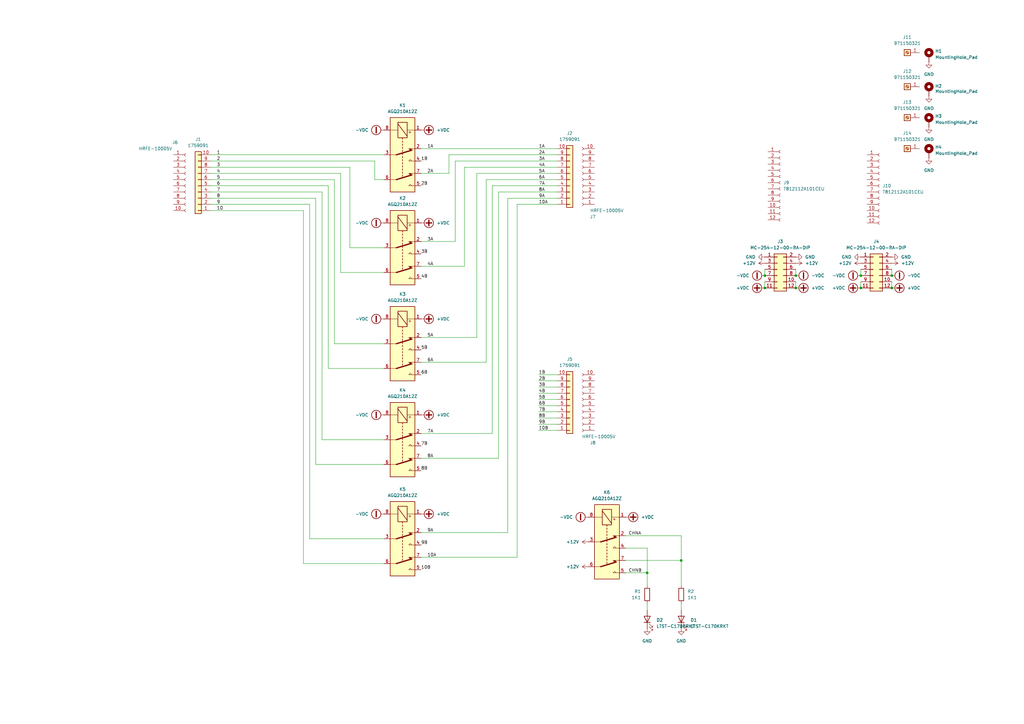
<source format=kicad_sch>
(kicad_sch (version 20250114) (generator "eeschema") (generator_version "9.0")
  (paper "A3")
  (title_block (title "SPI-MUX") (date "2023-02-06") (rev "1.0.3") (company "NMBU-Mina") (comment 1 "F.N.Beilegaard"))
  (lib_symbols
    (symbol "Connector:Conn_01x10_Socket" (pin_names (offset 1.016) (hide yes))
      (property "Reference" "J" (at 0 12.7 0))
      (property "Value" "Conn_01x10_Socket" (at 0 -15.24 0))
      (symbol "Conn_01x10_Socket_1_1"
        (polyline (pts (xy -1.27 10.16) (xy -0.508 10.16)) (stroke (width 0.1524)))
        (polyline (pts (xy -1.27 7.62) (xy -0.508 7.62)) (stroke (width 0.1524)))
        (polyline (pts (xy -1.27 5.08) (xy -0.508 5.08)) (stroke (width 0.1524)))
        (polyline (pts (xy -1.27 2.54) (xy -0.508 2.54)) (stroke (width 0.1524)))
        (polyline (pts (xy -1.27 0) (xy -0.508 0)) (stroke (width 0.1524)))
        (polyline (pts (xy -1.27 -2.54) (xy -0.508 -2.54)) (stroke (width 0.1524)))
        (polyline (pts (xy -1.27 -5.08) (xy -0.508 -5.08)) (stroke (width 0.1524)))
        (polyline (pts (xy -1.27 -7.62) (xy -0.508 -7.62)) (stroke (width 0.1524)))
        (polyline (pts (xy -1.27 -10.16) (xy -0.508 -10.16)) (stroke (width 0.1524)))
        (polyline (pts (xy -1.27 -12.7) (xy -0.508 -12.7)) (stroke (width 0.1524)))
        (arc (start 0 9.652) (mid -0.5058 10.16) (end 0 10.668) (stroke (width 0.1524)))
        (arc (start 0 7.112) (mid -0.5058 7.62) (end 0 8.128) (stroke (width 0.1524)))
        (arc (start 0 4.572) (mid -0.5058 5.08) (end 0 5.588) (stroke (width 0.1524)))
        (arc (start 0 2.032) (mid -0.5058 2.54) (end 0 3.048) (stroke (width 0.1524)))
        (arc (start 0 -0.508) (mid -0.5058 0) (end 0 0.508) (stroke (width 0.1524)))
        (arc (start 0 -3.048) (mid -0.5058 -2.54) (end 0 -2.032) (stroke (width 0.1524)))
        (arc (start 0 -5.588) (mid -0.5058 -5.08) (end 0 -4.572) (stroke (width 0.1524)))
        (arc (start 0 -8.128) (mid -0.5058 -7.62) (end 0 -7.112) (stroke (width 0.1524)))
        (arc (start 0 -10.668) (mid -0.5058 -10.16) (end 0 -9.652) (stroke (width 0.1524)))
        (arc (start 0 -13.208) (mid -0.5058 -12.7) (end 0 -12.192) (stroke (width 0.1524)))
        (pin passive line (at -5.08 10.16 0) (length 3.81) (name "Pin_1") (number "1"))
        (pin passive line (at -5.08 7.62 0) (length 3.81) (name "Pin_2") (number "2"))
        (pin passive line (at -5.08 5.08 0) (length 3.81) (name "Pin_3") (number "3"))
        (pin passive line (at -5.08 2.54 0) (length 3.81) (name "Pin_4") (number "4"))
        (pin passive line (at -5.08 0 0) (length 3.81) (name "Pin_5") (number "5"))
        (pin passive line (at -5.08 -2.54 0) (length 3.81) (name "Pin_6") (number "6"))
        (pin passive line (at -5.08 -5.08 0) (length 3.81) (name "Pin_7") (number "7"))
        (pin passive line (at -5.08 -7.62 0) (length 3.81) (name "Pin_8") (number "8"))
        (pin passive line (at -5.08 -10.16 0) (length 3.81) (name "Pin_9") (number "9"))
        (pin passive line (at -5.08 -12.7 0) (length 3.81) (name "Pin_10") (number "10"))
      )
    )
    (symbol "Connector:Conn_01x12_Socket" (pin_names (offset 1.016) (hide yes))
      (property "Reference" "J" (at 0 15.24 0))
      (property "Value" "Conn_01x12_Socket" (at 0 -17.78 0))
      (symbol "Conn_01x12_Socket_1_1"
        (polyline (pts (xy -1.27 12.7) (xy -0.508 12.7)) (stroke (width 0.1524)))
        (polyline (pts (xy -1.27 10.16) (xy -0.508 10.16)) (stroke (width 0.1524)))
        (polyline (pts (xy -1.27 7.62) (xy -0.508 7.62)) (stroke (width 0.1524)))
        (polyline (pts (xy -1.27 5.08) (xy -0.508 5.08)) (stroke (width 0.1524)))
        (polyline (pts (xy -1.27 2.54) (xy -0.508 2.54)) (stroke (width 0.1524)))
        (polyline (pts (xy -1.27 0) (xy -0.508 0)) (stroke (width 0.1524)))
        (polyline (pts (xy -1.27 -2.54) (xy -0.508 -2.54)) (stroke (width 0.1524)))
        (polyline (pts (xy -1.27 -5.08) (xy -0.508 -5.08)) (stroke (width 0.1524)))
        (polyline (pts (xy -1.27 -7.62) (xy -0.508 -7.62)) (stroke (width 0.1524)))
        (polyline (pts (xy -1.27 -10.16) (xy -0.508 -10.16)) (stroke (width 0.1524)))
        (polyline (pts (xy -1.27 -12.7) (xy -0.508 -12.7)) (stroke (width 0.1524)))
        (polyline (pts (xy -1.27 -15.24) (xy -0.508 -15.24)) (stroke (width 0.1524)))
        (arc (start 0 12.192) (mid -0.5058 12.7) (end 0 13.208) (stroke (width 0.1524)))
        (arc (start 0 9.652) (mid -0.5058 10.16) (end 0 10.668) (stroke (width 0.1524)))
        (arc (start 0 7.112) (mid -0.5058 7.62) (end 0 8.128) (stroke (width 0.1524)))
        (arc (start 0 4.572) (mid -0.5058 5.08) (end 0 5.588) (stroke (width 0.1524)))
        (arc (start 0 2.032) (mid -0.5058 2.54) (end 0 3.048) (stroke (width 0.1524)))
        (arc (start 0 -0.508) (mid -0.5058 0) (end 0 0.508) (stroke (width 0.1524)))
        (arc (start 0 -3.048) (mid -0.5058 -2.54) (end 0 -2.032) (stroke (width 0.1524)))
        (arc (start 0 -5.588) (mid -0.5058 -5.08) (end 0 -4.572) (stroke (width 0.1524)))
        (arc (start 0 -8.128) (mid -0.5058 -7.62) (end 0 -7.112) (stroke (width 0.1524)))
        (arc (start 0 -10.668) (mid -0.5058 -10.16) (end 0 -9.652) (stroke (width 0.1524)))
        (arc (start 0 -13.208) (mid -0.5058 -12.7) (end 0 -12.192) (stroke (width 0.1524)))
        (arc (start 0 -15.748) (mid -0.5058 -15.24) (end 0 -14.732) (stroke (width 0.1524)))
        (pin passive line (at -5.08 12.7 0) (length 3.81) (name "Pin_1") (number "1"))
        (pin passive line (at -5.08 10.16 0) (length 3.81) (name "Pin_2") (number "2"))
        (pin passive line (at -5.08 7.62 0) (length 3.81) (name "Pin_3") (number "3"))
        (pin passive line (at -5.08 5.08 0) (length 3.81) (name "Pin_4") (number "4"))
        (pin passive line (at -5.08 2.54 0) (length 3.81) (name "Pin_5") (number "5"))
        (pin passive line (at -5.08 0 0) (length 3.81) (name "Pin_6") (number "6"))
        (pin passive line (at -5.08 -2.54 0) (length 3.81) (name "Pin_7") (number "7"))
        (pin passive line (at -5.08 -5.08 0) (length 3.81) (name "Pin_8") (number "8"))
        (pin passive line (at -5.08 -7.62 0) (length 3.81) (name "Pin_9") (number "9"))
        (pin passive line (at -5.08 -10.16 0) (length 3.81) (name "Pin_10") (number "10"))
        (pin passive line (at -5.08 -12.7 0) (length 3.81) (name "Pin_11") (number "11"))
        (pin passive line (at -5.08 -15.24 0) (length 3.81) (name "Pin_12") (number "12"))
      )
    )
    (symbol "Connector:Screw_Terminal_01x01" (pin_names (offset 1.016) (hide yes))
      (property "Reference" "J" (at 0 2.54 0))
      (property "Value" "Screw_Terminal_01x01" (at 0 -2.54 0))
      (symbol "Screw_Terminal_01x01_1_1"
        (rectangle (start -1.27 1.27) (end 1.27 -1.27) (stroke (width 0.254)) (fill (type background)))
        (polyline (pts (xy -0.5334 0.3302) (xy 0.3302 -0.508)) (stroke (width 0.1524)))
        (polyline (pts (xy -0.3556 0.508) (xy 0.508 -0.3302)) (stroke (width 0.1524)))
        (circle (center 0 0) (radius 0.635) (stroke (width 0.1524)))
        (pin passive line (at -5.08 0 0) (length 3.81) (name "Pin_1") (number "1"))
      )
    )
    (symbol "Connector_Generic:Conn_01x10" (pin_names (offset 1.016) (hide yes))
      (property "Reference" "J" (at 0 12.7 0))
      (property "Value" "Conn_01x10" (at 0 -15.24 0))
      (symbol "Conn_01x10_1_1"
        (rectangle (start -1.27 11.43) (end 1.27 -13.97) (stroke (width 0.254)) (fill (type background)))
        (rectangle (start -1.27 10.287) (end 0 10.033) (stroke (width 0.1524)))
        (rectangle (start -1.27 7.747) (end 0 7.493) (stroke (width 0.1524)))
        (rectangle (start -1.27 5.207) (end 0 4.953) (stroke (width 0.1524)))
        (rectangle (start -1.27 2.667) (end 0 2.413) (stroke (width 0.1524)))
        (rectangle (start -1.27 0.127) (end 0 -0.127) (stroke (width 0.1524)))
        (rectangle (start -1.27 -2.413) (end 0 -2.667) (stroke (width 0.1524)))
        (rectangle (start -1.27 -4.953) (end 0 -5.207) (stroke (width 0.1524)))
        (rectangle (start -1.27 -7.493) (end 0 -7.747) (stroke (width 0.1524)))
        (rectangle (start -1.27 -10.033) (end 0 -10.287) (stroke (width 0.1524)))
        (rectangle (start -1.27 -12.573) (end 0 -12.827) (stroke (width 0.1524)))
        (pin passive line (at -5.08 10.16 0) (length 3.81) (name "Pin_1") (number "1"))
        (pin passive line (at -5.08 7.62 0) (length 3.81) (name "Pin_2") (number "2"))
        (pin passive line (at -5.08 5.08 0) (length 3.81) (name "Pin_3") (number "3"))
        (pin passive line (at -5.08 2.54 0) (length 3.81) (name "Pin_4") (number "4"))
        (pin passive line (at -5.08 0 0) (length 3.81) (name "Pin_5") (number "5"))
        (pin passive line (at -5.08 -2.54 0) (length 3.81) (name "Pin_6") (number "6"))
        (pin passive line (at -5.08 -5.08 0) (length 3.81) (name "Pin_7") (number "7"))
        (pin passive line (at -5.08 -7.62 0) (length 3.81) (name "Pin_8") (number "8"))
        (pin passive line (at -5.08 -10.16 0) (length 3.81) (name "Pin_9") (number "9"))
        (pin passive line (at -5.08 -12.7 0) (length 3.81) (name "Pin_10") (number "10"))
      )
    )
    (symbol "Connector_Generic:Conn_02x06_Odd_Even" (pin_names (offset 1.016) (hide yes))
      (property "Reference" "J" (at 1.27 7.62 0))
      (property "Value" "Conn_02x06_Odd_Even" (at 1.27 -10.16 0))
      (symbol "Conn_02x06_Odd_Even_1_1"
        (rectangle (start -1.27 6.35) (end 3.81 -8.89) (stroke (width 0.254)) (fill (type background)))
        (rectangle (start -1.27 5.207) (end 0 4.953) (stroke (width 0.1524)))
        (rectangle (start -1.27 2.667) (end 0 2.413) (stroke (width 0.1524)))
        (rectangle (start -1.27 0.127) (end 0 -0.127) (stroke (width 0.1524)))
        (rectangle (start -1.27 -2.413) (end 0 -2.667) (stroke (width 0.1524)))
        (rectangle (start -1.27 -4.953) (end 0 -5.207) (stroke (width 0.1524)))
        (rectangle (start -1.27 -7.493) (end 0 -7.747) (stroke (width 0.1524)))
        (rectangle (start 3.81 5.207) (end 2.54 4.953) (stroke (width 0.1524)))
        (rectangle (start 3.81 2.667) (end 2.54 2.413) (stroke (width 0.1524)))
        (rectangle (start 3.81 0.127) (end 2.54 -0.127) (stroke (width 0.1524)))
        (rectangle (start 3.81 -2.413) (end 2.54 -2.667) (stroke (width 0.1524)))
        (rectangle (start 3.81 -4.953) (end 2.54 -5.207) (stroke (width 0.1524)))
        (rectangle (start 3.81 -7.493) (end 2.54 -7.747) (stroke (width 0.1524)))
        (pin passive line (at -5.08 5.08 0) (length 3.81) (name "Pin_1") (number "1"))
        (pin passive line (at -5.08 2.54 0) (length 3.81) (name "Pin_3") (number "3"))
        (pin passive line (at -5.08 0 0) (length 3.81) (name "Pin_5") (number "5"))
        (pin passive line (at -5.08 -2.54 0) (length 3.81) (name "Pin_7") (number "7"))
        (pin passive line (at -5.08 -5.08 0) (length 3.81) (name "Pin_9") (number "9"))
        (pin passive line (at -5.08 -7.62 0) (length 3.81) (name "Pin_11") (number "11"))
        (pin passive line (at 7.62 5.08 180) (length 3.81) (name "Pin_2") (number "2"))
        (pin passive line (at 7.62 2.54 180) (length 3.81) (name "Pin_4") (number "4"))
        (pin passive line (at 7.62 0 180) (length 3.81) (name "Pin_6") (number "6"))
        (pin passive line (at 7.62 -2.54 180) (length 3.81) (name "Pin_8") (number "8"))
        (pin passive line (at 7.62 -5.08 180) (length 3.81) (name "Pin_10") (number "10"))
        (pin passive line (at 7.62 -7.62 180) (length 3.81) (name "Pin_12") (number "12"))
      )
    )
    (symbol "Device:LED" (pin_numbers (hide yes)) (pin_names (offset 1.016) (hide yes))
      (property "Reference" "D" (at 0 2.54 0))
      (property "Value" "LED" (at 0 -2.54 0))
      (symbol "LED_0_1"
        (polyline (pts (xy -3.048 -0.762) (xy -4.572 -2.286) (xy -3.81 -2.286) (xy -4.572 -2.286) (xy -4.572 -1.524)))
        (polyline (pts (xy -1.778 -0.762) (xy -3.302 -2.286) (xy -2.54 -2.286) (xy -3.302 -2.286) (xy -3.302 -1.524)))
        (polyline (pts (xy -1.27 0) (xy 1.27 0)))
        (polyline (pts (xy -1.27 -1.27) (xy -1.27 1.27)) (stroke (width 0.254)))
        (polyline (pts (xy 1.27 -1.27) (xy 1.27 1.27) (xy -1.27 0) (xy 1.27 -1.27)) (stroke (width 0.254)))
      )
      (symbol "LED_1_1"
        (pin passive line (at -3.81 0 0) (length 2.54) (name "K") (number "1"))
        (pin passive line (at 3.81 0 180) (length 2.54) (name "A") (number "2"))
      )
    )
    (symbol "Device:R" (pin_numbers (hide yes)) (pin_names (offset 0))
      (property "Reference" "R" (at 2.032 0 90))
      (property "Value" "R" (at 0 0 90))
      (symbol "R_0_1"
        (rectangle (start -1.016 -2.54) (end 1.016 2.54) (stroke (width 0.254)))
      )
      (symbol "R_1_1"
        (pin passive line (at 0 3.81 270) (length 1.27) (name "~") (number "1"))
        (pin passive line (at 0 -3.81 90) (length 1.27) (name "~") (number "2"))
      )
    )
    (symbol "Mechanical:MountingHole_Pad" (pin_numbers (hide yes)) (pin_names (offset 1.016) (hide yes))
      (property "Reference" "H" (at 0 6.35 0))
      (property "Value" "MountingHole_Pad" (at 0 4.445 0))
      (symbol "MountingHole_Pad_0_1"
        (circle (center 0 1.27) (radius 1.27) (stroke (width 1.27)))
      )
      (symbol "MountingHole_Pad_1_1"
        (pin input line (at 0 -2.54 90) (length 2.54) (name "1") (number "1"))
      )
    )
    (symbol "muxlib:AGQ200S12Z"
      (property "Reference" "K" (at 15.24 8.89 0))
      (property "Value" "AGQ200S12Z" (at 19.05 6.35 0))
      (symbol "AGQ200S12Z_1_1"
        (rectangle (start -15.24 5.08) (end 15.24 -5.08) (stroke (width 0.254)) (fill (type background)))
        (rectangle (start -13.335 1.905) (end -6.985 -1.905) (stroke (width 0.254)))
        (polyline (pts (xy -12.7 -1.905) (xy -7.62 1.905)) (stroke (width 0.254)))
        (polyline (pts (xy -10.16 5.08) (xy -10.16 1.905)))
        (polyline (pts (xy -10.16 -5.08) (xy -10.16 -1.905)))
        (polyline (pts (xy -6.985 0) (xy -6.35 0)) (stroke (width 0.254)))
        (polyline (pts (xy -5.715 0) (xy -5.08 0)) (stroke (width 0.254)))
        (polyline (pts (xy -4.445 0) (xy -3.81 0)) (stroke (width 0.254)))
        (polyline (pts (xy -3.175 0) (xy -2.54 0)) (stroke (width 0.254)))
        (polyline (pts (xy -2.54 5.08) (xy -2.54 2.54) (xy -1.905 3.175) (xy -2.54 3.81)) (fill (type outline)))
        (polyline (pts (xy -1.905 0) (xy -1.27 0)) (stroke (width 0.254)))
        (polyline (pts (xy -0.635 0) (xy 0 0)) (stroke (width 0.254)))
        (polyline (pts (xy 0 -2.54) (xy -1.905 3.81)) (stroke (width 0.508)))
        (polyline (pts (xy 0 -2.54) (xy 0 -5.08)))
        (polyline (pts (xy 0.635 0) (xy 1.27 0)) (stroke (width 0.254)))
        (polyline (pts (xy 1.905 0) (xy 2.54 0)) (stroke (width 0.254)))
        (polyline (pts (xy 2.54 5.08) (xy 2.54 2.54) (xy 1.905 3.175) (xy 2.54 3.81)))
        (polyline (pts (xy 3.175 0) (xy 3.81 0)) (stroke (width 0.254)))
        (polyline (pts (xy 4.445 0) (xy 5.08 0)) (stroke (width 0.254)))
        (polyline (pts (xy 5.715 0) (xy 6.35 0)) (stroke (width 0.254)))
        (polyline (pts (xy 6.985 0) (xy 7.62 0)) (stroke (width 0.254)))
        (polyline (pts (xy 7.62 5.08) (xy 7.62 2.54) (xy 8.255 3.175) (xy 7.62 3.81)) (fill (type outline)))
        (polyline (pts (xy 8.255 0) (xy 8.89 0)) (stroke (width 0.254)))
        (polyline (pts (xy 10.16 -2.54) (xy 8.255 3.81)) (stroke (width 0.508)))
        (polyline (pts (xy 10.16 -2.54) (xy 10.16 -5.08)))
        (polyline (pts (xy 12.7 5.08) (xy 12.7 2.54) (xy 12.065 3.175) (xy 12.7 3.81)))
        (text "+" (at -9.271 2.921 0) (effects (font (size 1.27 1.27))))
        (pin passive line (at -10.16 7.62 270) (length 2.54) (name "~") (number "1"))
        (pin passive line (at -10.16 -7.62 90) (length 2.54) (name "~") (number "8"))
        (pin passive line (at -2.54 7.62 270) (length 2.54) (name "~") (number "2"))
        (pin passive line (at 0 -7.62 90) (length 2.54) (name "~") (number "3"))
        (pin passive line (at 2.54 7.62 270) (length 2.54) (name "~") (number "4"))
        (pin passive line (at 7.62 7.62 270) (length 2.54) (name "~") (number "7"))
        (pin passive line (at 10.16 -7.62 90) (length 2.54) (name "~") (number "6"))
        (pin passive line (at 12.7 7.62 270) (length 2.54) (name "~") (number "5"))
      )
    )
    (symbol "power:+12V" (power) (pin_numbers (hide yes)) (pin_names (offset 0) (hide yes))
      (property "Value" "+12V" (at 0 3.556 0))
      (symbol "+12V_0_1"
        (polyline (pts (xy -0.762 1.27) (xy 0 2.54)))
        (polyline (pts (xy 0 2.54) (xy 0.762 1.27)))
        (polyline (pts (xy 0 0) (xy 0 2.54)))
      )
      (symbol "+12V_1_1"
        (pin power_in line (at 0 0 90) (length 0) (name "~") (number "1"))
      )
    )
    (symbol "power:+VDC" (power) (pin_numbers (hide yes)) (pin_names (offset 0) (hide yes))
      (property "Value" "+VDC" (at 0 6.35 0))
      (symbol "+VDC_0_1"
        (polyline (pts (xy -1.143 3.175) (xy 1.143 3.175)) (stroke (width 0.508)))
        (circle (center 0 3.175) (radius 1.905) (stroke (width 0.254)))
        (polyline (pts (xy 0 2.032) (xy 0 4.318)) (stroke (width 0.508)))
        (polyline (pts (xy 0 0) (xy 0 1.27)))
      )
      (symbol "+VDC_1_1"
        (pin power_in line (at 0 0 90) (length 0) (name "~") (number "1"))
      )
    )
    (symbol "power:-VDC" (power) (pin_numbers (hide yes)) (pin_names (offset 0) (hide yes))
      (property "Value" "-VDC" (at 0 6.35 0))
      (symbol "-VDC_0_1"
        (polyline (pts (xy -1.143 3.175) (xy 1.143 3.175)) (stroke (width 0.508)))
        (circle (center 0 3.175) (radius 1.905) (stroke (width 0.254)))
        (polyline (pts (xy 0 0) (xy 0 1.27)))
      )
      (symbol "-VDC_1_1"
        (pin power_in line (at 0 0 90) (length 0) (name "~") (number "1"))
      )
    )
    (symbol "power:GND" (power) (pin_numbers (hide yes)) (pin_names (offset 0) (hide yes))
      (property "Value" "GND" (at 0 -3.81 0))
      (symbol "GND_0_1"
        (polyline (pts (xy 0 0) (xy 0 -1.27) (xy 1.27 -1.27) (xy 0 -2.54) (xy -1.27 -1.27) (xy 0 -1.27)))
      )
      (symbol "GND_1_1"
        (pin power_in line (at 0 0 270) (length 0) (name "~") (number "1"))
      )
    )
  )
  (junction (at 265.43 234.95))
  (junction (at 313.69 118.11))
  (junction (at 353.06 118.11))
  (junction (at 365.76 113.03))
  (junction (at 326.39 118.11))
  (junction (at 326.39 113.03))
  (junction (at 279.4 229.87))
  (junction (at 353.06 113.03))
  (junction (at 313.69 113.03))
  (junction (at 365.76 118.11))
  (wire (pts (xy 313.69 118.11) (xy 313.69 115.57)))
  (wire (pts (xy 139.7 71.12) (xy 139.7 111.76)))
  (wire (pts (xy 265.43 234.95) (xy 265.43 240.03)))
  (wire (pts (xy 201.93 76.2) (xy 228.6 76.2)))
  (wire (pts (xy 199.39 148.59) (xy 199.39 73.66)))
  (wire (pts (xy 220.98 166.37) (xy 228.6 166.37)))
  (wire (pts (xy 326.39 118.11) (xy 326.39 115.57)))
  (wire (pts (xy 86.36 81.28) (xy 129.54 81.28)))
  (wire (pts (xy 157.48 151.13) (xy 134.62 151.13)))
  (wire (pts (xy 195.58 138.43) (xy 172.72 138.43)))
  (wire (pts (xy 86.36 63.5) (xy 157.48 63.5)))
  (wire (pts (xy 220.98 168.91) (xy 228.6 168.91)))
  (wire (pts (xy 208.28 218.44) (xy 208.28 81.28)))
  (wire (pts (xy 220.98 158.75) (xy 228.6 158.75)))
  (wire (pts (xy 137.16 73.66) (xy 137.16 140.97)))
  (wire (pts (xy 127 83.82) (xy 127 220.98)))
  (wire (pts (xy 220.98 156.21) (xy 228.6 156.21)))
  (wire (pts (xy 129.54 190.5) (xy 157.48 190.5)))
  (wire (pts (xy 279.4 229.87) (xy 279.4 240.03)))
  (wire (pts (xy 127 220.98) (xy 157.48 220.98)))
  (wire (pts (xy 129.54 81.28) (xy 129.54 190.5)))
  (wire (pts (xy 132.08 180.34) (xy 132.08 78.74)))
  (wire (pts (xy 220.98 161.29) (xy 228.6 161.29)))
  (wire (pts (xy 86.36 66.04) (xy 153.67 66.04)))
  (wire (pts (xy 153.67 73.66) (xy 157.48 73.66)))
  (wire (pts (xy 204.47 78.74) (xy 228.6 78.74)))
  (wire (pts (xy 220.98 173.99) (xy 228.6 173.99)))
  (wire (pts (xy 256.54 219.71) (xy 279.4 219.71)))
  (wire (pts (xy 172.72 187.96) (xy 204.47 187.96)))
  (wire (pts (xy 143.51 101.6) (xy 143.51 68.58)))
  (wire (pts (xy 139.7 111.76) (xy 157.48 111.76)))
  (wire (pts (xy 256.54 234.95) (xy 265.43 234.95)))
  (wire (pts (xy 220.98 171.45) (xy 228.6 171.45)))
  (wire (pts (xy 172.72 148.59) (xy 199.39 148.59)))
  (wire (pts (xy 220.98 163.83) (xy 228.6 163.83)))
  (wire (pts (xy 153.67 66.04) (xy 153.67 73.66)))
  (wire (pts (xy 265.43 224.79) (xy 265.43 234.95)))
  (wire (pts (xy 212.09 228.6) (xy 212.09 83.82)))
  (wire (pts (xy 195.58 71.12) (xy 195.58 138.43)))
  (wire (pts (xy 172.72 218.44) (xy 208.28 218.44)))
  (wire (pts (xy 86.36 73.66) (xy 137.16 73.66)))
  (wire (pts (xy 190.5 109.22) (xy 190.5 68.58)))
  (wire (pts (xy 186.69 66.04) (xy 186.69 99.06)))
  (wire (pts (xy 204.47 187.96) (xy 204.47 78.74)))
  (wire (pts (xy 134.62 76.2) (xy 86.36 76.2)))
  (wire (pts (xy 172.72 60.96) (xy 228.6 60.96)))
  (wire (pts (xy 124.46 231.14) (xy 157.48 231.14)))
  (wire (pts (xy 279.4 219.71) (xy 279.4 229.87)))
  (wire (pts (xy 220.98 153.67) (xy 228.6 153.67)))
  (wire (pts (xy 265.43 247.65) (xy 265.43 250.19)))
  (wire (pts (xy 313.69 113.03) (xy 313.69 110.49)))
  (wire (pts (xy 256.54 229.87) (xy 279.4 229.87)))
  (wire (pts (xy 199.39 73.66) (xy 228.6 73.66)))
  (wire (pts (xy 172.72 109.22) (xy 190.5 109.22)))
  (wire (pts (xy 124.46 86.36) (xy 124.46 231.14)))
  (wire (pts (xy 265.43 224.79) (xy 256.54 224.79)))
  (wire (pts (xy 86.36 86.36) (xy 124.46 86.36)))
  (wire (pts (xy 353.06 113.03) (xy 353.06 110.49)))
  (wire (pts (xy 184.15 71.12) (xy 184.15 63.5)))
  (wire (pts (xy 326.39 113.03) (xy 326.39 110.49)))
  (wire (pts (xy 186.69 99.06) (xy 172.72 99.06)))
  (wire (pts (xy 86.36 71.12) (xy 139.7 71.12)))
  (wire (pts (xy 172.72 177.8) (xy 201.93 177.8)))
  (wire (pts (xy 157.48 101.6) (xy 143.51 101.6)))
  (wire (pts (xy 228.6 71.12) (xy 195.58 71.12)))
  (wire (pts (xy 212.09 83.82) (xy 228.6 83.82)))
  (wire (pts (xy 201.93 177.8) (xy 201.93 76.2)))
  (wire (pts (xy 279.4 247.65) (xy 279.4 250.19)))
  (wire (pts (xy 132.08 78.74) (xy 86.36 78.74)))
  (wire (pts (xy 208.28 81.28) (xy 228.6 81.28)))
  (wire (pts (xy 172.72 228.6) (xy 212.09 228.6)))
  (wire (pts (xy 134.62 151.13) (xy 134.62 76.2)))
  (wire (pts (xy 228.6 66.04) (xy 186.69 66.04)))
  (wire (pts (xy 365.76 118.11) (xy 365.76 115.57)))
  (wire (pts (xy 86.36 83.82) (xy 127 83.82)))
  (wire (pts (xy 353.06 118.11) (xy 353.06 115.57)))
  (wire (pts (xy 137.16 140.97) (xy 157.48 140.97)))
  (wire (pts (xy 220.98 176.53) (xy 228.6 176.53)))
  (wire (pts (xy 143.51 68.58) (xy 86.36 68.58)))
  (wire (pts (xy 184.15 63.5) (xy 228.6 63.5)))
  (wire (pts (xy 365.76 113.03) (xy 365.76 110.49)))
  (wire (pts (xy 172.72 71.12) (xy 184.15 71.12)))
  (wire (pts (xy 157.48 180.34) (xy 132.08 180.34)))
  (wire (pts (xy 190.5 68.58) (xy 228.6 68.58)))
  (label "1B" (at 172.72 66.04 0))
  (label "9" (at 88.9 83.82 0))
  (label "9B" (at 220.98 173.99 0))
  (label "1" (at 88.9 63.5 0))
  (label "6B" (at 220.98 166.37 0))
  (label "10A" (at 175.26 228.6 0))
  (label "5B" (at 172.72 143.51 0))
  (label "2B" (at 220.98 156.21 0))
  (label "9B" (at 172.72 223.52 0))
  (label "8" (at 88.9 81.28 0))
  (label "9A" (at 220.98 81.28 0))
  (label "5A" (at 220.98 71.12 0))
  (label "1A" (at 175.26 60.96 0))
  (label "1A" (at 220.98 60.96 0))
  (label "3A" (at 220.98 66.04 0))
  (label "4B" (at 220.98 161.29 0))
  (label "2" (at 88.9 66.04 0))
  (label "10" (at 88.9 86.36 0))
  (label "3" (at 88.9 68.58 0))
  (label "4A" (at 175.26 109.22 0))
  (label "8B" (at 220.98 171.45 0))
  (label "10B" (at 220.98 176.53 0))
  (label "1B" (at 220.98 153.67 0))
  (label "2A" (at 220.98 63.5 0))
  (label "6A" (at 175.26 148.59 0))
  (label "2B" (at 172.72 76.2 0))
  (label "7" (at 88.9 78.74 0))
  (label "4A" (at 220.98 68.58 0))
  (label "8A" (at 175.26 187.96 0))
  (label "6B" (at 172.72 153.67 0))
  (label "7A" (at 175.26 177.8 0))
  (label "10B" (at 172.72 233.68 0))
  (label "3B" (at 172.72 104.14 0))
  (label "4" (at 88.9 71.12 0))
  (label "10A" (at 220.98 83.82 0))
  (label "8A" (at 220.98 78.74 0))
  (label "7B" (at 220.98 168.91 0))
  (label "3A" (at 175.26 99.06 0))
  (label "5B" (at 220.98 163.83 0))
  (label "7A" (at 220.98 76.2 0))
  (label "4B" (at 172.72 114.3 0))
  (label "5A" (at 175.26 138.43 0))
  (label "5" (at 88.9 73.66 0))
  (label "6A" (at 220.98 73.66 0))
  (label "3B" (at 220.98 158.75 0))
  (label "8B" (at 172.72 193.04 0))
  (label "CHNB" (at 257.81 234.95 0))
  (label "6" (at 88.9 76.2 0))
  (label "2A" (at 175.26 71.12 0))
  (label "9A" (at 175.26 218.44 0))
  (label "7B" (at 172.72 182.88 0))
  (label "CHNA" (at 257.81 219.71 0))
  (symbol (lib_id "Connector_Generic:Conn_02x06_Odd_Even") (at 358.14 110.49 0) (unit 1)
    (property "Reference" "J4" (at 359.41 99.06 0))
    (property "Value" "MC-254-12-00-RA-DIP" (at 359.41 101.6 0))
    (property "Footprint" "Connector_IDC:IDC-Header_2x06_P2.54mm_Horizontal" (effects (hide yes)))
    (property "Description" "Generic connector, double row, 02x06, odd/even pin numbering scheme (row 1 odd numbers, row 2 even numbers), script generated (kicad-library-utils/schlib/autogen/connector/)" (effects (hide yes)))
  )
  (symbol (lib_id "Connector_Generic:Conn_01x10") (at 233.68 166.37 0) (mirror x) (unit 1)
    (property "Reference" "J5" (at 233.68 147.32 0))
    (property "Value" "1759091" (at 233.68 149.86 0))
    (property "Footprint" "Connector_Phoenix_MSTB:PhoenixContact_MSTBA_2,5_10-G-5,08_1x10_P5.08mm_Horizontal" (effects (hide yes)))
    (property "Description" "Generic connector, single row, 01x10, script generated (kicad-library-utils/schlib/autogen/connector/)" (effects (hide yes)))
  )
  (symbol (lib_id "power:+VDC") (at 172.72 210.82 270) (unit 1)
    (property "Reference" "#PWR011" (effects (hide yes)))
    (property "Value" "+VDC" (at 179.07 210.8199 90) (effects (justify left)))
    (property "Description" "Power symbol creates a global label with name \"+VDC\"" (effects (hide yes)))
  )
  (symbol (lib_id "power:-VDC") (at 241.3 212.09 90) (unit 1)
    (property "Reference" "#PWR010" (effects (hide yes)))
    (property "Value" "-VDC" (at 234.95 212.0899 90) (effects (justify left)))
    (property "Description" "Power symbol creates a global label with name \"-VDC\"" (effects (hide yes)))
  )
  (symbol (lib_id "power:-VDC") (at 313.69 113.03 90) (mirror x) (unit 1)
    (property "Reference" "#PWR013" (effects (hide yes)))
    (property "Value" "-VDC" (at 307.34 113.0301 90) (effects (justify left)))
    (property "Description" "Power symbol creates a global label with name \"-VDC\"" (effects (hide yes)))
  )
  (symbol (lib_id "muxlib:AGQ200S12Z") (at 165.1 140.97 270) (unit 1)
    (property "Reference" "K3" (at 165.1 120.65 90))
    (property "Value" "AGQ210A12Z" (at 165.1 123.19 90))
    (property "Footprint" "muxlib_footprints:Relay_2P2T_10x6mm_TE_IMxxG_Longlegs" (effects (hide yes)))
    (property "Datasheet" "https://media.digikey.com/pdf/Data%20Sheets/Panasonic%20Electric%20Works%20PDFs/AGQ_(GQ)_Relays.pdf" (effects (hide yes)))
  )
  (symbol (lib_id "power:+VDC") (at 353.06 118.11 90) (mirror x) (unit 1)
    (property "Reference" "#PWR023" (effects (hide yes)))
    (property "Value" "+VDC" (at 346.71 118.1101 90) (effects (justify left)))
    (property "Description" "Power symbol creates a global label with name \"+VDC\"" (effects (hide yes)))
  )
  (symbol (lib_id "Device:LED") (at 279.4 254 90) (unit 1)
    (property "Reference" "D1" (at 283.21 254.3174 90) (effects (justify right)))
    (property "Value" "LTST-C170KRKT" (at 283.21 256.8574 90) (effects (justify right)))
    (property "Footprint" "LED_SMD:LED_0805_2012Metric" (effects (hide yes)))
    (property "Description" "Light emitting diode" (effects (hide yes)))
    (property "Sim.Pins" "1=K 2=A" (effects (hide yes)))
  )
  (symbol (lib_id "power:GND") (at 381 64.77 0) (mirror y) (unit 1)
    (property "Reference" "#PWR036" (effects (hide yes)))
    (property "Value" "GND" (at 381 69.85 0))
    (property "Description" "Power symbol creates a global label with name \"GND\" , ground" (effects (hide yes)))
  )
  (symbol (lib_id "power:+12V") (at 313.69 107.95 90) (mirror x) (unit 1)
    (property "Reference" "#PWR017" (effects (hide yes)))
    (property "Value" "+12V" (at 309.88 107.9501 90) (effects (justify left)))
    (property "Description" "Power symbol creates a global label with name \"+12V\"" (effects (hide yes)))
  )
  (symbol (lib_id "muxlib:AGQ200S12Z") (at 248.92 222.25 270) (unit 1)
    (property "Reference" "K6" (at 248.92 201.93 90))
    (property "Value" "AGQ210A12Z" (at 248.92 204.47 90))
    (property "Footprint" "muxlib_footprints:Relay_2P2T_10x6mm_TE_IMxxG_Longlegs" (effects (hide yes)))
    (property "Datasheet" "https://media.digikey.com/pdf/Data%20Sheets/Panasonic%20Electric%20Works%20PDFs/AGQ_(GQ)_Relays.pdf" (effects (hide yes)))
  )
  (symbol (lib_id "power:+12V") (at 241.3 222.25 90) (mirror x) (unit 1)
    (property "Reference" "#PWR032" (effects (hide yes)))
    (property "Value" "+12V" (at 237.49 222.2501 90) (effects (justify left)))
    (property "Description" "Power symbol creates a global label with name \"+12V\"" (effects (hide yes)))
  )
  (symbol (lib_id "power:GND") (at 279.4 257.81 0) (mirror y) (unit 1)
    (property "Reference" "#PWR029" (effects (hide yes)))
    (property "Value" "GND" (at 279.4 262.89 0))
    (property "Description" "Power symbol creates a global label with name \"GND\" , ground" (effects (hide yes)))
  )
  (symbol (lib_id "muxlib:AGQ200S12Z") (at 165.1 220.98 270) (unit 1)
    (property "Reference" "K5" (at 165.1 200.66 90))
    (property "Value" "AGQ210A12Z" (at 165.1 203.2 90))
    (property "Footprint" "muxlib_footprints:Relay_2P2T_10x6mm_TE_IMxxG_Longlegs" (effects (hide yes)))
    (property "Datasheet" "https://media.digikey.com/pdf/Data%20Sheets/Panasonic%20Electric%20Works%20PDFs/AGQ_(GQ)_Relays.pdf" (effects (hide yes)))
  )
  (symbol (lib_id "muxlib:AGQ200S12Z") (at 165.1 101.6 270) (unit 1)
    (property "Reference" "K2" (at 165.1 81.28 90))
    (property "Value" "AGQ210A12Z" (at 165.1 83.82 90))
    (property "Footprint" "muxlib_footprints:Relay_2P2T_10x6mm_TE_IMxxG_Longlegs" (effects (hide yes)))
    (property "Datasheet" "https://media.digikey.com/pdf/Data%20Sheets/Panasonic%20Electric%20Works%20PDFs/AGQ_(GQ)_Relays.pdf" (effects (hide yes)))
  )
  (symbol (lib_id "power:-VDC") (at 326.39 113.03 270) (mirror x) (unit 1)
    (property "Reference" "#PWR014" (effects (hide yes)))
    (property "Value" "-VDC" (at 332.74 113.0299 90) (effects (justify left)))
    (property "Description" "Power symbol creates a global label with name \"-VDC\"" (effects (hide yes)))
  )
  (symbol (lib_id "Connector:Conn_01x10_Socket") (at 76.2 73.66 0) (unit 1) (on_board no)
    (property "Reference" "J6" (at 70.612 58.42 0) (effects (justify left)))
    (property "Value" "HRFE-10005V" (at 56.896 60.96 0) (effects (justify left)))
    (property "Datasheet" "https://docs.rs-online.com/b960/A700000009164681.pdf" (effects (hide yes)))
    (property "Description" "Generic connector, single row, 01x10, script generated" (effects (hide yes)))
  )
  (symbol (lib_id "Mechanical:MountingHole_Pad") (at 381 49.53 0) (unit 1) (in_bom no)
    (property "Reference" "H3" (at 383.54 47.625 0) (effects (justify left)))
    (property "Value" "MountingHole_Pad" (at 383.54 50.165 0) (effects (justify left)))
    (property "Footprint" "MountingHole:MountingHole_3.2mm_M3_Pad_Via" (effects (hide yes)))
  )
  (symbol (lib_id "power:GND") (at 313.69 105.41 270) (mirror x) (unit 1)
    (property "Reference" "#PWR018" (effects (hide yes)))
    (property "Value" "GND" (at 309.88 105.4099 90) (effects (justify right)))
    (property "Description" "Power symbol creates a global label with name \"GND\" , ground" (effects (hide yes)))
  )
  (symbol (lib_id "power:GND") (at 381 52.07 0) (mirror y) (unit 1)
    (property "Reference" "#PWR035" (effects (hide yes)))
    (property "Value" "GND" (at 381 57.15 0))
    (property "Description" "Power symbol creates a global label with name \"GND\" , ground" (effects (hide yes)))
  )
  (symbol (lib_id "power:-VDC") (at 365.76 113.03 270) (mirror x) (unit 1)
    (property "Reference" "#PWR028" (effects (hide yes)))
    (property "Value" "-VDC" (at 372.11 113.0299 90) (effects (justify left)))
    (property "Description" "Power symbol creates a global label with name \"-VDC\"" (effects (hide yes)))
  )
  (symbol (lib_id "power:GND") (at 265.43 257.81 0) (mirror y) (unit 1)
    (property "Reference" "#PWR031" (effects (hide yes)))
    (property "Value" "GND" (at 265.43 262.89 0))
    (property "Description" "Power symbol creates a global label with name \"GND\" , ground" (effects (hide yes)))
  )
  (symbol (lib_id "Connector:Screw_Terminal_01x01") (at 372.11 35.56 180) (unit 1) (on_board no)
    (property "Reference" "J12" (at 372.11 29.21 0))
    (property "Value" "971150321" (at 372.11 31.75 0))
    (property "Description" "m3 standoff" (effects (hide yes)))
  )
  (symbol (lib_id "Mechanical:MountingHole_Pad") (at 381 36.83 0) (unit 1) (in_bom no)
    (property "Reference" "H2" (at 383.54 35.306 0) (effects (justify left)))
    (property "Value" "MountingHole_Pad" (at 383.54 37.465 0) (effects (justify left)))
    (property "Footprint" "MountingHole:MountingHole_3.2mm_M3_Pad_Via" (effects (hide yes)))
  )
  (symbol (lib_id "Device:R") (at 265.43 243.84 0) (mirror y) (unit 1)
    (property "Reference" "R1" (at 262.89 242.5699 0) (effects (justify left)))
    (property "Value" "1K1" (at 262.89 245.1099 0) (effects (justify left)))
    (property "Footprint" "Resistor_SMD:R_0805_2012Metric" (effects (hide yes)))
    (property "Description" "Resistor" (effects (hide yes)))
  )
  (symbol (lib_id "power:+VDC") (at 326.39 118.11 270) (mirror x) (unit 1)
    (property "Reference" "#PWR016" (effects (hide yes)))
    (property "Value" "+VDC" (at 332.74 118.1101 90) (effects (justify left)))
    (property "Description" "Power symbol creates a global label with name \"+VDC\"" (effects (hide yes)))
  )
  (symbol (lib_id "Connector:Screw_Terminal_01x01") (at 372.11 48.26 180) (unit 1) (on_board no)
    (property "Reference" "J13" (at 372.11 41.91 0))
    (property "Value" "971150321" (at 372.11 44.45 0))
    (property "Description" "m3 standoff" (effects (hide yes)))
  )
  (symbol (lib_id "power:GND") (at 326.39 105.41 90) (mirror x) (unit 1)
    (property "Reference" "#PWR019" (effects (hide yes)))
    (property "Value" "GND" (at 330.2 105.4099 90) (effects (justify right)))
    (property "Description" "Power symbol creates a global label with name \"GND\" , ground" (effects (hide yes)))
  )
  (symbol (lib_id "power:-VDC") (at 157.48 91.44 90) (unit 1)
    (property "Reference" "#PWR03" (effects (hide yes)))
    (property "Value" "-VDC" (at 151.13 91.4399 90) (effects (justify left)))
    (property "Description" "Power symbol creates a global label with name \"-VDC\"" (effects (hide yes)))
  )
  (symbol (lib_id "Connector_Generic:Conn_02x06_Odd_Even") (at 318.77 110.49 0) (unit 1)
    (property "Reference" "J3" (at 320.04 99.06 0))
    (property "Value" "MC-254-12-00-RA-DIP" (at 320.04 101.6 0))
    (property "Footprint" "Connector_IDC:IDC-Header_2x06_P2.54mm_Horizontal" (effects (hide yes)))
    (property "Description" "Generic connector, double row, 02x06, odd/even pin numbering scheme (row 1 odd numbers, row 2 even numbers), script generated (kicad-library-utils/schlib/autogen/connector/)" (effects (hide yes)))
  )
  (symbol (lib_id "power:+12V") (at 326.39 107.95 270) (mirror x) (unit 1)
    (property "Reference" "#PWR020" (effects (hide yes)))
    (property "Value" "+12V" (at 330.2 107.9501 90) (effects (justify left)))
    (property "Description" "Power symbol creates a global label with name \"+12V\"" (effects (hide yes)))
  )
  (symbol (lib_id "power:GND") (at 381 25.4 0) (mirror y) (unit 1)
    (property "Reference" "#PWR033" (effects (hide yes)))
    (property "Value" "GND" (at 381 30.48 0))
    (property "Description" "Power symbol creates a global label with name \"GND\" , ground" (effects (hide yes)))
  )
  (symbol (lib_id "Connector:Conn_01x10_Socket") (at 238.76 166.37 180) (unit 1) (on_board no)
    (property "Reference" "J8" (at 244.348 181.61 0) (effects (justify left)))
    (property "Value" "HRFE-10005V" (at 252.476 179.07 0) (effects (justify left)))
    (property "Datasheet" "https://docs.rs-online.com/b960/A700000009164681.pdf" (effects (hide yes)))
    (property "Description" "Generic connector, single row, 01x10, script generated" (effects (hide yes)))
  )
  (symbol (lib_id "Connector_Generic:Conn_01x10") (at 233.68 73.66 0) (mirror x) (unit 1)
    (property "Reference" "J2" (at 233.68 54.61 0))
    (property "Value" "1759091" (at 233.68 57.15 0))
    (property "Footprint" "Connector_Phoenix_MSTB:PhoenixContact_MSTBA_2,5_10-G-5,08_1x10_P5.08mm_Horizontal" (effects (hide yes)))
    (property "Description" "Generic connector, single row, 01x10, script generated (kicad-library-utils/schlib/autogen/connector/)" (effects (hide yes)))
  )
  (symbol (lib_id "muxlib:AGQ200S12Z") (at 165.1 180.34 270) (unit 1)
    (property "Reference" "K4" (at 165.1 160.02 90))
    (property "Value" "AGQ210A12Z" (at 165.1 162.56 90))
    (property "Footprint" "muxlib_footprints:Relay_2P2T_10x6mm_TE_IMxxG_Longlegs" (effects (hide yes)))
    (property "Datasheet" "https://media.digikey.com/pdf/Data%20Sheets/Panasonic%20Electric%20Works%20PDFs/AGQ_(GQ)_Relays.pdf" (effects (hide yes)))
  )
  (symbol (lib_id "power:GND") (at 381 39.37 0) (mirror y) (unit 1)
    (property "Reference" "#PWR034" (effects (hide yes)))
    (property "Value" "GND" (at 381 44.45 0))
    (property "Description" "Power symbol creates a global label with name \"GND\" , ground" (effects (hide yes)))
  )
  (symbol (lib_id "Connector_Generic:Conn_01x10") (at 81.28 76.2 180) (unit 1)
    (property "Reference" "J1" (at 81.28 57.15 0))
    (property "Value" "1759091" (at 81.28 59.69 0))
    (property "Footprint" "Connector_Phoenix_MSTB:PhoenixContact_MSTBA_2,5_10-G-5,08_1x10_P5.08mm_Horizontal" (effects (hide yes)))
    (property "Description" "Generic connector, single row, 01x10, script generated (kicad-library-utils/schlib/autogen/connector/)" (effects (hide yes)))
  )
  (symbol (lib_id "power:+VDC") (at 365.76 118.11 270) (mirror x) (unit 1)
    (property "Reference" "#PWR027" (effects (hide yes)))
    (property "Value" "+VDC" (at 372.11 118.1101 90) (effects (justify left)))
    (property "Description" "Power symbol creates a global label with name \"+VDC\"" (effects (hide yes)))
  )
  (symbol (lib_id "Connector:Screw_Terminal_01x01") (at 372.11 60.96 180) (unit 1) (on_board no)
    (property "Reference" "J14" (at 372.11 54.61 0))
    (property "Value" "971150321" (at 372.11 57.15 0))
    (property "Description" "m3 standoff" (effects (hide yes)))
  )
  (symbol (lib_id "Connector:Screw_Terminal_01x01") (at 372.11 21.59 180) (unit 1) (on_board no)
    (property "Reference" "J11" (at 372.11 15.24 0))
    (property "Value" "971150321" (at 372.11 17.78 0))
    (property "Description" "m3 standoff" (effects (hide yes)))
  )
  (symbol (lib_id "power:+VDC") (at 172.72 91.44 270) (unit 1)
    (property "Reference" "#PWR04" (effects (hide yes)))
    (property "Value" "+VDC" (at 179.07 91.4399 90) (effects (justify left)))
    (property "Description" "Power symbol creates a global label with name \"+VDC\"" (effects (hide yes)))
  )
  (symbol (lib_id "power:+12V") (at 241.3 232.41 90) (mirror x) (unit 1)
    (property "Reference" "#PWR030" (effects (hide yes)))
    (property "Value" "+12V" (at 237.49 232.4101 90) (effects (justify left)))
    (property "Description" "Power symbol creates a global label with name \"+12V\"" (effects (hide yes)))
  )
  (symbol (lib_id "Mechanical:MountingHole_Pad") (at 381 62.23 0) (unit 1) (in_bom no)
    (property "Reference" "H4" (at 383.54 60.325 0) (effects (justify left)))
    (property "Value" "MountingHole_Pad" (at 383.54 62.865 0) (effects (justify left)))
    (property "Footprint" "MountingHole:MountingHole_3.2mm_M3_Pad_Via" (effects (hide yes)))
  )
  (symbol (lib_id "Connector:Conn_01x12_Socket") (at 360.68 76.2 0) (unit 1) (on_board no)
    (property "Reference" "J10" (at 361.95 76.1999 0) (effects (justify left)))
    (property "Value" "T812112A101CEU" (at 361.95 78.7399 0) (effects (justify left)))
    (property "Datasheet" "https://docs.rs-online.com/690d/0900766b81359cbc.pdf" (effects (hide yes)))
    (property "Description" "Generic connector, single row, 01x12, script generated" (effects (hide yes)))
  )
  (symbol (lib_id "power:+VDC") (at 172.72 170.18 270) (unit 1)
    (property "Reference" "#PWR08" (effects (hide yes)))
    (property "Value" "+VDC" (at 179.07 170.1799 90) (effects (justify left)))
    (property "Description" "Power symbol creates a global label with name \"+VDC\"" (effects (hide yes)))
  )
  (symbol (lib_id "power:-VDC") (at 157.48 130.81 90) (unit 1)
    (property "Reference" "#PWR05" (effects (hide yes)))
    (property "Value" "-VDC" (at 151.13 130.8099 90) (effects (justify left)))
    (property "Description" "Power symbol creates a global label with name \"-VDC\"" (effects (hide yes)))
  )
  (symbol (lib_id "power:+VDC") (at 313.69 118.11 90) (mirror x) (unit 1)
    (property "Reference" "#PWR015" (effects (hide yes)))
    (property "Value" "+VDC" (at 307.34 118.1101 90) (effects (justify left)))
    (property "Description" "Power symbol creates a global label with name \"+VDC\"" (effects (hide yes)))
  )
  (symbol (lib_id "power:+VDC") (at 256.54 212.09 270) (unit 1)
    (property "Reference" "#PWR012" (effects (hide yes)))
    (property "Value" "+VDC" (at 262.89 212.0899 90) (effects (justify left)))
    (property "Description" "Power symbol creates a global label with name \"+VDC\"" (effects (hide yes)))
  )
  (symbol (lib_id "Connector:Conn_01x12_Socket") (at 320.04 74.93 0) (unit 1) (on_board no)
    (property "Reference" "J9" (at 321.31 74.9299 0) (effects (justify left)))
    (property "Value" "T812112A101CEU" (at 321.31 77.4699 0) (effects (justify left)))
    (property "Datasheet" "https://docs.rs-online.com/690d/0900766b81359cbc.pdf" (effects (hide yes)))
    (property "Description" "Generic connector, single row, 01x12, script generated" (effects (hide yes)))
  )
  (symbol (lib_id "power:-VDC") (at 157.48 210.82 90) (unit 1)
    (property "Reference" "#PWR09" (effects (hide yes)))
    (property "Value" "-VDC" (at 151.13 210.8199 90) (effects (justify left)))
    (property "Description" "Power symbol creates a global label with name \"-VDC\"" (effects (hide yes)))
  )
  (symbol (lib_id "power:GND") (at 365.76 105.41 90) (mirror x) (unit 1)
    (property "Reference" "#PWR025" (effects (hide yes)))
    (property "Value" "GND" (at 369.57 105.4099 90) (effects (justify right)))
    (property "Description" "Power symbol creates a global label with name \"GND\" , ground" (effects (hide yes)))
  )
  (symbol (lib_id "power:+12V") (at 365.76 107.95 270) (mirror x) (unit 1)
    (property "Reference" "#PWR026" (effects (hide yes)))
    (property "Value" "+12V" (at 369.57 107.9501 90) (effects (justify left)))
    (property "Description" "Power symbol creates a global label with name \"+12V\"" (effects (hide yes)))
  )
  (symbol (lib_id "Device:R") (at 279.4 243.84 0) (unit 1)
    (property "Reference" "R2" (at 281.94 242.5699 0) (effects (justify left)))
    (property "Value" "1K1" (at 281.94 245.1099 0) (effects (justify left)))
    (property "Footprint" "Resistor_SMD:R_0805_2012Metric" (effects (hide yes)))
    (property "Description" "Resistor" (effects (hide yes)))
  )
  (symbol (lib_id "Mechanical:MountingHole_Pad") (at 381 22.86 0) (unit 1) (in_bom no)
    (property "Reference" "H1" (at 383.54 20.955 0) (effects (justify left)))
    (property "Value" "MountingHole_Pad" (at 383.54 23.495 0) (effects (justify left)))
    (property "Footprint" "MountingHole:MountingHole_3.2mm_M3_Pad_Via" (effects (hide yes)))
  )
  (symbol (lib_id "muxlib:AGQ200S12Z") (at 165.1 63.5 270) (unit 1)
    (property "Reference" "K1" (at 165.1 43.18 90))
    (property "Value" "AGQ210A12Z" (at 165.1 45.72 90))
    (property "Footprint" "muxlib_footprints:Relay_2P2T_10x6mm_TE_IMxxG_Longlegs" (effects (hide yes)))
    (property "Datasheet" "https://media.digikey.com/pdf/Data%20Sheets/Panasonic%20Electric%20Works%20PDFs/AGQ_(GQ)_Relays.pdf" (effects (hide yes)))
  )
  (symbol (lib_id "power:-VDC") (at 353.06 113.03 90) (mirror x) (unit 1)
    (property "Reference" "#PWR024" (effects (hide yes)))
    (property "Value" "-VDC" (at 346.71 113.0301 90) (effects (justify left)))
    (property "Description" "Power symbol creates a global label with name \"-VDC\"" (effects (hide yes)))
  )
  (symbol (lib_id "power:-VDC") (at 157.48 170.18 90) (unit 1)
    (property "Reference" "#PWR07" (effects (hide yes)))
    (property "Value" "-VDC" (at 151.13 170.1799 90) (effects (justify left)))
    (property "Description" "Power symbol creates a global label with name \"-VDC\"" (effects (hide yes)))
  )
  (symbol (lib_id "Connector:Conn_01x10_Socket") (at 238.76 73.66 180) (unit 1) (on_board no)
    (property "Reference" "J7" (at 244.348 88.9 0) (effects (justify left)))
    (property "Value" "HRFE-10005V" (at 255.778 86.36 0) (effects (justify left)))
    (property "Datasheet" "https://docs.rs-online.com/b960/A700000009164681.pdf" (effects (hide yes)))
    (property "Description" "Generic connector, single row, 01x10, script generated" (effects (hide yes)))
  )
  (symbol (lib_id "power:GND") (at 353.06 105.41 270) (mirror x) (unit 1)
    (property "Reference" "#PWR021" (effects (hide yes)))
    (property "Value" "GND" (at 349.25 105.4099 90) (effects (justify right)))
    (property "Description" "Power symbol creates a global label with name \"GND\" , ground" (effects (hide yes)))
  )
  (symbol (lib_id "power:+12V") (at 353.06 107.95 90) (mirror x) (unit 1)
    (property "Reference" "#PWR022" (effects (hide yes)))
    (property "Value" "+12V" (at 349.25 107.9501 90) (effects (justify left)))
    (property "Description" "Power symbol creates a global label with name \"+12V\"" (effects (hide yes)))
  )
  (symbol (lib_id "power:+VDC") (at 172.72 130.81 270) (unit 1)
    (property "Reference" "#PWR06" (effects (hide yes)))
    (property "Value" "+VDC" (at 179.07 130.8099 90) (effects (justify left)))
    (property "Description" "Power symbol creates a global label with name \"+VDC\"" (effects (hide yes)))
  )
  (symbol (lib_id "power:-VDC") (at 157.48 53.34 90) (unit 1)
    (property "Reference" "#PWR01" (effects (hide yes)))
    (property "Value" "-VDC" (at 151.13 53.3399 90) (effects (justify left)))
    (property "Description" "Power symbol creates a global label with name \"-VDC\"" (effects (hide yes)))
  )
  (symbol (lib_id "Device:LED") (at 265.43 254 90) (unit 1)
    (property "Reference" "D2" (at 269.24 254.3174 90) (effects (justify right)))
    (property "Value" "LTST-C170KRKT" (at 269.24 256.8574 90) (effects (justify right)))
    (property "Footprint" "LED_SMD:LED_0805_2012Metric" (effects (hide yes)))
    (property "Description" "Light emitting diode" (effects (hide yes)))
    (property "Sim.Pins" "1=K 2=A" (effects (hide yes)))
  )
  (symbol (lib_id "power:+VDC") (at 172.72 53.34 270) (unit 1)
    (property "Reference" "#PWR02" (effects (hide yes)))
    (property "Value" "+VDC" (at 179.07 53.3399 90) (effects (justify left)))
    (property "Description" "Power symbol creates a global label with name \"+VDC\"" (effects (hide yes)))
  )
)
</source>
